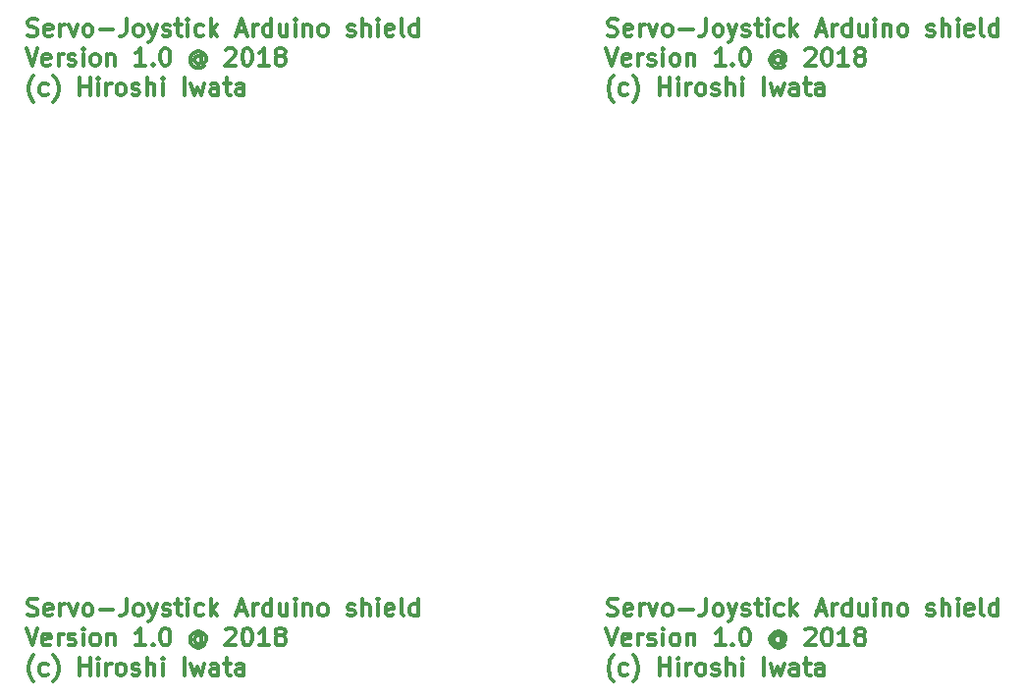
<source format=gbo>
G04 #@! TF.FileFunction,Legend,Bot*
%FSLAX46Y46*%
G04 Gerber Fmt 4.6, Leading zero omitted, Abs format (unit mm)*
G04 Created by KiCad (PCBNEW 4.0.6) date 02/07/18 21:53:05*
%MOMM*%
%LPD*%
G01*
G04 APERTURE LIST*
%ADD10C,0.100000*%
%ADD11C,0.300000*%
G04 APERTURE END LIST*
D10*
D11*
X112793714Y-127422143D02*
X113008000Y-127493571D01*
X113365143Y-127493571D01*
X113508000Y-127422143D01*
X113579429Y-127350714D01*
X113650857Y-127207857D01*
X113650857Y-127065000D01*
X113579429Y-126922143D01*
X113508000Y-126850714D01*
X113365143Y-126779286D01*
X113079429Y-126707857D01*
X112936571Y-126636429D01*
X112865143Y-126565000D01*
X112793714Y-126422143D01*
X112793714Y-126279286D01*
X112865143Y-126136429D01*
X112936571Y-126065000D01*
X113079429Y-125993571D01*
X113436571Y-125993571D01*
X113650857Y-126065000D01*
X114865142Y-127422143D02*
X114722285Y-127493571D01*
X114436571Y-127493571D01*
X114293714Y-127422143D01*
X114222285Y-127279286D01*
X114222285Y-126707857D01*
X114293714Y-126565000D01*
X114436571Y-126493571D01*
X114722285Y-126493571D01*
X114865142Y-126565000D01*
X114936571Y-126707857D01*
X114936571Y-126850714D01*
X114222285Y-126993571D01*
X115579428Y-127493571D02*
X115579428Y-126493571D01*
X115579428Y-126779286D02*
X115650856Y-126636429D01*
X115722285Y-126565000D01*
X115865142Y-126493571D01*
X116007999Y-126493571D01*
X116365142Y-126493571D02*
X116722285Y-127493571D01*
X117079427Y-126493571D01*
X117865142Y-127493571D02*
X117722284Y-127422143D01*
X117650856Y-127350714D01*
X117579427Y-127207857D01*
X117579427Y-126779286D01*
X117650856Y-126636429D01*
X117722284Y-126565000D01*
X117865142Y-126493571D01*
X118079427Y-126493571D01*
X118222284Y-126565000D01*
X118293713Y-126636429D01*
X118365142Y-126779286D01*
X118365142Y-127207857D01*
X118293713Y-127350714D01*
X118222284Y-127422143D01*
X118079427Y-127493571D01*
X117865142Y-127493571D01*
X119007999Y-126922143D02*
X120150856Y-126922143D01*
X121293713Y-125993571D02*
X121293713Y-127065000D01*
X121222285Y-127279286D01*
X121079428Y-127422143D01*
X120865142Y-127493571D01*
X120722285Y-127493571D01*
X122222285Y-127493571D02*
X122079427Y-127422143D01*
X122007999Y-127350714D01*
X121936570Y-127207857D01*
X121936570Y-126779286D01*
X122007999Y-126636429D01*
X122079427Y-126565000D01*
X122222285Y-126493571D01*
X122436570Y-126493571D01*
X122579427Y-126565000D01*
X122650856Y-126636429D01*
X122722285Y-126779286D01*
X122722285Y-127207857D01*
X122650856Y-127350714D01*
X122579427Y-127422143D01*
X122436570Y-127493571D01*
X122222285Y-127493571D01*
X123222285Y-126493571D02*
X123579428Y-127493571D01*
X123936570Y-126493571D02*
X123579428Y-127493571D01*
X123436570Y-127850714D01*
X123365142Y-127922143D01*
X123222285Y-127993571D01*
X124436570Y-127422143D02*
X124579427Y-127493571D01*
X124865142Y-127493571D01*
X125007999Y-127422143D01*
X125079427Y-127279286D01*
X125079427Y-127207857D01*
X125007999Y-127065000D01*
X124865142Y-126993571D01*
X124650856Y-126993571D01*
X124507999Y-126922143D01*
X124436570Y-126779286D01*
X124436570Y-126707857D01*
X124507999Y-126565000D01*
X124650856Y-126493571D01*
X124865142Y-126493571D01*
X125007999Y-126565000D01*
X125507999Y-126493571D02*
X126079428Y-126493571D01*
X125722285Y-125993571D02*
X125722285Y-127279286D01*
X125793713Y-127422143D01*
X125936571Y-127493571D01*
X126079428Y-127493571D01*
X126579428Y-127493571D02*
X126579428Y-126493571D01*
X126579428Y-125993571D02*
X126507999Y-126065000D01*
X126579428Y-126136429D01*
X126650856Y-126065000D01*
X126579428Y-125993571D01*
X126579428Y-126136429D01*
X127936571Y-127422143D02*
X127793714Y-127493571D01*
X127508000Y-127493571D01*
X127365142Y-127422143D01*
X127293714Y-127350714D01*
X127222285Y-127207857D01*
X127222285Y-126779286D01*
X127293714Y-126636429D01*
X127365142Y-126565000D01*
X127508000Y-126493571D01*
X127793714Y-126493571D01*
X127936571Y-126565000D01*
X128579428Y-127493571D02*
X128579428Y-125993571D01*
X128722285Y-126922143D02*
X129150856Y-127493571D01*
X129150856Y-126493571D02*
X128579428Y-127065000D01*
X130865142Y-127065000D02*
X131579428Y-127065000D01*
X130722285Y-127493571D02*
X131222285Y-125993571D01*
X131722285Y-127493571D01*
X132222285Y-127493571D02*
X132222285Y-126493571D01*
X132222285Y-126779286D02*
X132293713Y-126636429D01*
X132365142Y-126565000D01*
X132507999Y-126493571D01*
X132650856Y-126493571D01*
X133793713Y-127493571D02*
X133793713Y-125993571D01*
X133793713Y-127422143D02*
X133650856Y-127493571D01*
X133365142Y-127493571D01*
X133222284Y-127422143D01*
X133150856Y-127350714D01*
X133079427Y-127207857D01*
X133079427Y-126779286D01*
X133150856Y-126636429D01*
X133222284Y-126565000D01*
X133365142Y-126493571D01*
X133650856Y-126493571D01*
X133793713Y-126565000D01*
X135150856Y-126493571D02*
X135150856Y-127493571D01*
X134507999Y-126493571D02*
X134507999Y-127279286D01*
X134579427Y-127422143D01*
X134722285Y-127493571D01*
X134936570Y-127493571D01*
X135079427Y-127422143D01*
X135150856Y-127350714D01*
X135865142Y-127493571D02*
X135865142Y-126493571D01*
X135865142Y-125993571D02*
X135793713Y-126065000D01*
X135865142Y-126136429D01*
X135936570Y-126065000D01*
X135865142Y-125993571D01*
X135865142Y-126136429D01*
X136579428Y-126493571D02*
X136579428Y-127493571D01*
X136579428Y-126636429D02*
X136650856Y-126565000D01*
X136793714Y-126493571D01*
X137007999Y-126493571D01*
X137150856Y-126565000D01*
X137222285Y-126707857D01*
X137222285Y-127493571D01*
X138150857Y-127493571D02*
X138007999Y-127422143D01*
X137936571Y-127350714D01*
X137865142Y-127207857D01*
X137865142Y-126779286D01*
X137936571Y-126636429D01*
X138007999Y-126565000D01*
X138150857Y-126493571D01*
X138365142Y-126493571D01*
X138507999Y-126565000D01*
X138579428Y-126636429D01*
X138650857Y-126779286D01*
X138650857Y-127207857D01*
X138579428Y-127350714D01*
X138507999Y-127422143D01*
X138365142Y-127493571D01*
X138150857Y-127493571D01*
X140365142Y-127422143D02*
X140507999Y-127493571D01*
X140793714Y-127493571D01*
X140936571Y-127422143D01*
X141007999Y-127279286D01*
X141007999Y-127207857D01*
X140936571Y-127065000D01*
X140793714Y-126993571D01*
X140579428Y-126993571D01*
X140436571Y-126922143D01*
X140365142Y-126779286D01*
X140365142Y-126707857D01*
X140436571Y-126565000D01*
X140579428Y-126493571D01*
X140793714Y-126493571D01*
X140936571Y-126565000D01*
X141650857Y-127493571D02*
X141650857Y-125993571D01*
X142293714Y-127493571D02*
X142293714Y-126707857D01*
X142222285Y-126565000D01*
X142079428Y-126493571D01*
X141865143Y-126493571D01*
X141722285Y-126565000D01*
X141650857Y-126636429D01*
X143008000Y-127493571D02*
X143008000Y-126493571D01*
X143008000Y-125993571D02*
X142936571Y-126065000D01*
X143008000Y-126136429D01*
X143079428Y-126065000D01*
X143008000Y-125993571D01*
X143008000Y-126136429D01*
X144293714Y-127422143D02*
X144150857Y-127493571D01*
X143865143Y-127493571D01*
X143722286Y-127422143D01*
X143650857Y-127279286D01*
X143650857Y-126707857D01*
X143722286Y-126565000D01*
X143865143Y-126493571D01*
X144150857Y-126493571D01*
X144293714Y-126565000D01*
X144365143Y-126707857D01*
X144365143Y-126850714D01*
X143650857Y-126993571D01*
X145222286Y-127493571D02*
X145079428Y-127422143D01*
X145008000Y-127279286D01*
X145008000Y-125993571D01*
X146436571Y-127493571D02*
X146436571Y-125993571D01*
X146436571Y-127422143D02*
X146293714Y-127493571D01*
X146008000Y-127493571D01*
X145865142Y-127422143D01*
X145793714Y-127350714D01*
X145722285Y-127207857D01*
X145722285Y-126779286D01*
X145793714Y-126636429D01*
X145865142Y-126565000D01*
X146008000Y-126493571D01*
X146293714Y-126493571D01*
X146436571Y-126565000D01*
X112650857Y-128543571D02*
X113150857Y-130043571D01*
X113650857Y-128543571D01*
X114722285Y-129972143D02*
X114579428Y-130043571D01*
X114293714Y-130043571D01*
X114150857Y-129972143D01*
X114079428Y-129829286D01*
X114079428Y-129257857D01*
X114150857Y-129115000D01*
X114293714Y-129043571D01*
X114579428Y-129043571D01*
X114722285Y-129115000D01*
X114793714Y-129257857D01*
X114793714Y-129400714D01*
X114079428Y-129543571D01*
X115436571Y-130043571D02*
X115436571Y-129043571D01*
X115436571Y-129329286D02*
X115507999Y-129186429D01*
X115579428Y-129115000D01*
X115722285Y-129043571D01*
X115865142Y-129043571D01*
X116293713Y-129972143D02*
X116436570Y-130043571D01*
X116722285Y-130043571D01*
X116865142Y-129972143D01*
X116936570Y-129829286D01*
X116936570Y-129757857D01*
X116865142Y-129615000D01*
X116722285Y-129543571D01*
X116507999Y-129543571D01*
X116365142Y-129472143D01*
X116293713Y-129329286D01*
X116293713Y-129257857D01*
X116365142Y-129115000D01*
X116507999Y-129043571D01*
X116722285Y-129043571D01*
X116865142Y-129115000D01*
X117579428Y-130043571D02*
X117579428Y-129043571D01*
X117579428Y-128543571D02*
X117507999Y-128615000D01*
X117579428Y-128686429D01*
X117650856Y-128615000D01*
X117579428Y-128543571D01*
X117579428Y-128686429D01*
X118508000Y-130043571D02*
X118365142Y-129972143D01*
X118293714Y-129900714D01*
X118222285Y-129757857D01*
X118222285Y-129329286D01*
X118293714Y-129186429D01*
X118365142Y-129115000D01*
X118508000Y-129043571D01*
X118722285Y-129043571D01*
X118865142Y-129115000D01*
X118936571Y-129186429D01*
X119008000Y-129329286D01*
X119008000Y-129757857D01*
X118936571Y-129900714D01*
X118865142Y-129972143D01*
X118722285Y-130043571D01*
X118508000Y-130043571D01*
X119650857Y-129043571D02*
X119650857Y-130043571D01*
X119650857Y-129186429D02*
X119722285Y-129115000D01*
X119865143Y-129043571D01*
X120079428Y-129043571D01*
X120222285Y-129115000D01*
X120293714Y-129257857D01*
X120293714Y-130043571D01*
X122936571Y-130043571D02*
X122079428Y-130043571D01*
X122508000Y-130043571D02*
X122508000Y-128543571D01*
X122365143Y-128757857D01*
X122222285Y-128900714D01*
X122079428Y-128972143D01*
X123579428Y-129900714D02*
X123650856Y-129972143D01*
X123579428Y-130043571D01*
X123507999Y-129972143D01*
X123579428Y-129900714D01*
X123579428Y-130043571D01*
X124579428Y-128543571D02*
X124722285Y-128543571D01*
X124865142Y-128615000D01*
X124936571Y-128686429D01*
X125008000Y-128829286D01*
X125079428Y-129115000D01*
X125079428Y-129472143D01*
X125008000Y-129757857D01*
X124936571Y-129900714D01*
X124865142Y-129972143D01*
X124722285Y-130043571D01*
X124579428Y-130043571D01*
X124436571Y-129972143D01*
X124365142Y-129900714D01*
X124293714Y-129757857D01*
X124222285Y-129472143D01*
X124222285Y-129115000D01*
X124293714Y-128829286D01*
X124365142Y-128686429D01*
X124436571Y-128615000D01*
X124579428Y-128543571D01*
X127793713Y-129329286D02*
X127722285Y-129257857D01*
X127579428Y-129186429D01*
X127436570Y-129186429D01*
X127293713Y-129257857D01*
X127222285Y-129329286D01*
X127150856Y-129472143D01*
X127150856Y-129615000D01*
X127222285Y-129757857D01*
X127293713Y-129829286D01*
X127436570Y-129900714D01*
X127579428Y-129900714D01*
X127722285Y-129829286D01*
X127793713Y-129757857D01*
X127793713Y-129186429D02*
X127793713Y-129757857D01*
X127865142Y-129829286D01*
X127936570Y-129829286D01*
X128079428Y-129757857D01*
X128150856Y-129615000D01*
X128150856Y-129257857D01*
X128007999Y-129043571D01*
X127793713Y-128900714D01*
X127507999Y-128829286D01*
X127222285Y-128900714D01*
X127007999Y-129043571D01*
X126865142Y-129257857D01*
X126793713Y-129543571D01*
X126865142Y-129829286D01*
X127007999Y-130043571D01*
X127222285Y-130186429D01*
X127507999Y-130257857D01*
X127793713Y-130186429D01*
X128007999Y-130043571D01*
X129865141Y-128686429D02*
X129936570Y-128615000D01*
X130079427Y-128543571D01*
X130436570Y-128543571D01*
X130579427Y-128615000D01*
X130650856Y-128686429D01*
X130722284Y-128829286D01*
X130722284Y-128972143D01*
X130650856Y-129186429D01*
X129793713Y-130043571D01*
X130722284Y-130043571D01*
X131650855Y-128543571D02*
X131793712Y-128543571D01*
X131936569Y-128615000D01*
X132007998Y-128686429D01*
X132079427Y-128829286D01*
X132150855Y-129115000D01*
X132150855Y-129472143D01*
X132079427Y-129757857D01*
X132007998Y-129900714D01*
X131936569Y-129972143D01*
X131793712Y-130043571D01*
X131650855Y-130043571D01*
X131507998Y-129972143D01*
X131436569Y-129900714D01*
X131365141Y-129757857D01*
X131293712Y-129472143D01*
X131293712Y-129115000D01*
X131365141Y-128829286D01*
X131436569Y-128686429D01*
X131507998Y-128615000D01*
X131650855Y-128543571D01*
X133579426Y-130043571D02*
X132722283Y-130043571D01*
X133150855Y-130043571D02*
X133150855Y-128543571D01*
X133007998Y-128757857D01*
X132865140Y-128900714D01*
X132722283Y-128972143D01*
X134436569Y-129186429D02*
X134293711Y-129115000D01*
X134222283Y-129043571D01*
X134150854Y-128900714D01*
X134150854Y-128829286D01*
X134222283Y-128686429D01*
X134293711Y-128615000D01*
X134436569Y-128543571D01*
X134722283Y-128543571D01*
X134865140Y-128615000D01*
X134936569Y-128686429D01*
X135007997Y-128829286D01*
X135007997Y-128900714D01*
X134936569Y-129043571D01*
X134865140Y-129115000D01*
X134722283Y-129186429D01*
X134436569Y-129186429D01*
X134293711Y-129257857D01*
X134222283Y-129329286D01*
X134150854Y-129472143D01*
X134150854Y-129757857D01*
X134222283Y-129900714D01*
X134293711Y-129972143D01*
X134436569Y-130043571D01*
X134722283Y-130043571D01*
X134865140Y-129972143D01*
X134936569Y-129900714D01*
X135007997Y-129757857D01*
X135007997Y-129472143D01*
X134936569Y-129329286D01*
X134865140Y-129257857D01*
X134722283Y-129186429D01*
X113293714Y-133165000D02*
X113222286Y-133093571D01*
X113079429Y-132879286D01*
X113008000Y-132736429D01*
X112936571Y-132522143D01*
X112865143Y-132165000D01*
X112865143Y-131879286D01*
X112936571Y-131522143D01*
X113008000Y-131307857D01*
X113079429Y-131165000D01*
X113222286Y-130950714D01*
X113293714Y-130879286D01*
X114508000Y-132522143D02*
X114365143Y-132593571D01*
X114079429Y-132593571D01*
X113936571Y-132522143D01*
X113865143Y-132450714D01*
X113793714Y-132307857D01*
X113793714Y-131879286D01*
X113865143Y-131736429D01*
X113936571Y-131665000D01*
X114079429Y-131593571D01*
X114365143Y-131593571D01*
X114508000Y-131665000D01*
X115008000Y-133165000D02*
X115079428Y-133093571D01*
X115222285Y-132879286D01*
X115293714Y-132736429D01*
X115365143Y-132522143D01*
X115436571Y-132165000D01*
X115436571Y-131879286D01*
X115365143Y-131522143D01*
X115293714Y-131307857D01*
X115222285Y-131165000D01*
X115079428Y-130950714D01*
X115008000Y-130879286D01*
X117293714Y-132593571D02*
X117293714Y-131093571D01*
X117293714Y-131807857D02*
X118150857Y-131807857D01*
X118150857Y-132593571D02*
X118150857Y-131093571D01*
X118865143Y-132593571D02*
X118865143Y-131593571D01*
X118865143Y-131093571D02*
X118793714Y-131165000D01*
X118865143Y-131236429D01*
X118936571Y-131165000D01*
X118865143Y-131093571D01*
X118865143Y-131236429D01*
X119579429Y-132593571D02*
X119579429Y-131593571D01*
X119579429Y-131879286D02*
X119650857Y-131736429D01*
X119722286Y-131665000D01*
X119865143Y-131593571D01*
X120008000Y-131593571D01*
X120722286Y-132593571D02*
X120579428Y-132522143D01*
X120508000Y-132450714D01*
X120436571Y-132307857D01*
X120436571Y-131879286D01*
X120508000Y-131736429D01*
X120579428Y-131665000D01*
X120722286Y-131593571D01*
X120936571Y-131593571D01*
X121079428Y-131665000D01*
X121150857Y-131736429D01*
X121222286Y-131879286D01*
X121222286Y-132307857D01*
X121150857Y-132450714D01*
X121079428Y-132522143D01*
X120936571Y-132593571D01*
X120722286Y-132593571D01*
X121793714Y-132522143D02*
X121936571Y-132593571D01*
X122222286Y-132593571D01*
X122365143Y-132522143D01*
X122436571Y-132379286D01*
X122436571Y-132307857D01*
X122365143Y-132165000D01*
X122222286Y-132093571D01*
X122008000Y-132093571D01*
X121865143Y-132022143D01*
X121793714Y-131879286D01*
X121793714Y-131807857D01*
X121865143Y-131665000D01*
X122008000Y-131593571D01*
X122222286Y-131593571D01*
X122365143Y-131665000D01*
X123079429Y-132593571D02*
X123079429Y-131093571D01*
X123722286Y-132593571D02*
X123722286Y-131807857D01*
X123650857Y-131665000D01*
X123508000Y-131593571D01*
X123293715Y-131593571D01*
X123150857Y-131665000D01*
X123079429Y-131736429D01*
X124436572Y-132593571D02*
X124436572Y-131593571D01*
X124436572Y-131093571D02*
X124365143Y-131165000D01*
X124436572Y-131236429D01*
X124508000Y-131165000D01*
X124436572Y-131093571D01*
X124436572Y-131236429D01*
X126293715Y-132593571D02*
X126293715Y-131093571D01*
X126865144Y-131593571D02*
X127150858Y-132593571D01*
X127436572Y-131879286D01*
X127722287Y-132593571D01*
X128008001Y-131593571D01*
X129222287Y-132593571D02*
X129222287Y-131807857D01*
X129150858Y-131665000D01*
X129008001Y-131593571D01*
X128722287Y-131593571D01*
X128579430Y-131665000D01*
X129222287Y-132522143D02*
X129079430Y-132593571D01*
X128722287Y-132593571D01*
X128579430Y-132522143D01*
X128508001Y-132379286D01*
X128508001Y-132236429D01*
X128579430Y-132093571D01*
X128722287Y-132022143D01*
X129079430Y-132022143D01*
X129222287Y-131950714D01*
X129722287Y-131593571D02*
X130293716Y-131593571D01*
X129936573Y-131093571D02*
X129936573Y-132379286D01*
X130008001Y-132522143D01*
X130150859Y-132593571D01*
X130293716Y-132593571D01*
X131436573Y-132593571D02*
X131436573Y-131807857D01*
X131365144Y-131665000D01*
X131222287Y-131593571D01*
X130936573Y-131593571D01*
X130793716Y-131665000D01*
X131436573Y-132522143D02*
X131293716Y-132593571D01*
X130936573Y-132593571D01*
X130793716Y-132522143D01*
X130722287Y-132379286D01*
X130722287Y-132236429D01*
X130793716Y-132093571D01*
X130936573Y-132022143D01*
X131293716Y-132022143D01*
X131436573Y-131950714D01*
X62793714Y-127422143D02*
X63008000Y-127493571D01*
X63365143Y-127493571D01*
X63508000Y-127422143D01*
X63579429Y-127350714D01*
X63650857Y-127207857D01*
X63650857Y-127065000D01*
X63579429Y-126922143D01*
X63508000Y-126850714D01*
X63365143Y-126779286D01*
X63079429Y-126707857D01*
X62936571Y-126636429D01*
X62865143Y-126565000D01*
X62793714Y-126422143D01*
X62793714Y-126279286D01*
X62865143Y-126136429D01*
X62936571Y-126065000D01*
X63079429Y-125993571D01*
X63436571Y-125993571D01*
X63650857Y-126065000D01*
X64865142Y-127422143D02*
X64722285Y-127493571D01*
X64436571Y-127493571D01*
X64293714Y-127422143D01*
X64222285Y-127279286D01*
X64222285Y-126707857D01*
X64293714Y-126565000D01*
X64436571Y-126493571D01*
X64722285Y-126493571D01*
X64865142Y-126565000D01*
X64936571Y-126707857D01*
X64936571Y-126850714D01*
X64222285Y-126993571D01*
X65579428Y-127493571D02*
X65579428Y-126493571D01*
X65579428Y-126779286D02*
X65650856Y-126636429D01*
X65722285Y-126565000D01*
X65865142Y-126493571D01*
X66007999Y-126493571D01*
X66365142Y-126493571D02*
X66722285Y-127493571D01*
X67079427Y-126493571D01*
X67865142Y-127493571D02*
X67722284Y-127422143D01*
X67650856Y-127350714D01*
X67579427Y-127207857D01*
X67579427Y-126779286D01*
X67650856Y-126636429D01*
X67722284Y-126565000D01*
X67865142Y-126493571D01*
X68079427Y-126493571D01*
X68222284Y-126565000D01*
X68293713Y-126636429D01*
X68365142Y-126779286D01*
X68365142Y-127207857D01*
X68293713Y-127350714D01*
X68222284Y-127422143D01*
X68079427Y-127493571D01*
X67865142Y-127493571D01*
X69007999Y-126922143D02*
X70150856Y-126922143D01*
X71293713Y-125993571D02*
X71293713Y-127065000D01*
X71222285Y-127279286D01*
X71079428Y-127422143D01*
X70865142Y-127493571D01*
X70722285Y-127493571D01*
X72222285Y-127493571D02*
X72079427Y-127422143D01*
X72007999Y-127350714D01*
X71936570Y-127207857D01*
X71936570Y-126779286D01*
X72007999Y-126636429D01*
X72079427Y-126565000D01*
X72222285Y-126493571D01*
X72436570Y-126493571D01*
X72579427Y-126565000D01*
X72650856Y-126636429D01*
X72722285Y-126779286D01*
X72722285Y-127207857D01*
X72650856Y-127350714D01*
X72579427Y-127422143D01*
X72436570Y-127493571D01*
X72222285Y-127493571D01*
X73222285Y-126493571D02*
X73579428Y-127493571D01*
X73936570Y-126493571D02*
X73579428Y-127493571D01*
X73436570Y-127850714D01*
X73365142Y-127922143D01*
X73222285Y-127993571D01*
X74436570Y-127422143D02*
X74579427Y-127493571D01*
X74865142Y-127493571D01*
X75007999Y-127422143D01*
X75079427Y-127279286D01*
X75079427Y-127207857D01*
X75007999Y-127065000D01*
X74865142Y-126993571D01*
X74650856Y-126993571D01*
X74507999Y-126922143D01*
X74436570Y-126779286D01*
X74436570Y-126707857D01*
X74507999Y-126565000D01*
X74650856Y-126493571D01*
X74865142Y-126493571D01*
X75007999Y-126565000D01*
X75507999Y-126493571D02*
X76079428Y-126493571D01*
X75722285Y-125993571D02*
X75722285Y-127279286D01*
X75793713Y-127422143D01*
X75936571Y-127493571D01*
X76079428Y-127493571D01*
X76579428Y-127493571D02*
X76579428Y-126493571D01*
X76579428Y-125993571D02*
X76507999Y-126065000D01*
X76579428Y-126136429D01*
X76650856Y-126065000D01*
X76579428Y-125993571D01*
X76579428Y-126136429D01*
X77936571Y-127422143D02*
X77793714Y-127493571D01*
X77508000Y-127493571D01*
X77365142Y-127422143D01*
X77293714Y-127350714D01*
X77222285Y-127207857D01*
X77222285Y-126779286D01*
X77293714Y-126636429D01*
X77365142Y-126565000D01*
X77508000Y-126493571D01*
X77793714Y-126493571D01*
X77936571Y-126565000D01*
X78579428Y-127493571D02*
X78579428Y-125993571D01*
X78722285Y-126922143D02*
X79150856Y-127493571D01*
X79150856Y-126493571D02*
X78579428Y-127065000D01*
X80865142Y-127065000D02*
X81579428Y-127065000D01*
X80722285Y-127493571D02*
X81222285Y-125993571D01*
X81722285Y-127493571D01*
X82222285Y-127493571D02*
X82222285Y-126493571D01*
X82222285Y-126779286D02*
X82293713Y-126636429D01*
X82365142Y-126565000D01*
X82507999Y-126493571D01*
X82650856Y-126493571D01*
X83793713Y-127493571D02*
X83793713Y-125993571D01*
X83793713Y-127422143D02*
X83650856Y-127493571D01*
X83365142Y-127493571D01*
X83222284Y-127422143D01*
X83150856Y-127350714D01*
X83079427Y-127207857D01*
X83079427Y-126779286D01*
X83150856Y-126636429D01*
X83222284Y-126565000D01*
X83365142Y-126493571D01*
X83650856Y-126493571D01*
X83793713Y-126565000D01*
X85150856Y-126493571D02*
X85150856Y-127493571D01*
X84507999Y-126493571D02*
X84507999Y-127279286D01*
X84579427Y-127422143D01*
X84722285Y-127493571D01*
X84936570Y-127493571D01*
X85079427Y-127422143D01*
X85150856Y-127350714D01*
X85865142Y-127493571D02*
X85865142Y-126493571D01*
X85865142Y-125993571D02*
X85793713Y-126065000D01*
X85865142Y-126136429D01*
X85936570Y-126065000D01*
X85865142Y-125993571D01*
X85865142Y-126136429D01*
X86579428Y-126493571D02*
X86579428Y-127493571D01*
X86579428Y-126636429D02*
X86650856Y-126565000D01*
X86793714Y-126493571D01*
X87007999Y-126493571D01*
X87150856Y-126565000D01*
X87222285Y-126707857D01*
X87222285Y-127493571D01*
X88150857Y-127493571D02*
X88007999Y-127422143D01*
X87936571Y-127350714D01*
X87865142Y-127207857D01*
X87865142Y-126779286D01*
X87936571Y-126636429D01*
X88007999Y-126565000D01*
X88150857Y-126493571D01*
X88365142Y-126493571D01*
X88507999Y-126565000D01*
X88579428Y-126636429D01*
X88650857Y-126779286D01*
X88650857Y-127207857D01*
X88579428Y-127350714D01*
X88507999Y-127422143D01*
X88365142Y-127493571D01*
X88150857Y-127493571D01*
X90365142Y-127422143D02*
X90507999Y-127493571D01*
X90793714Y-127493571D01*
X90936571Y-127422143D01*
X91007999Y-127279286D01*
X91007999Y-127207857D01*
X90936571Y-127065000D01*
X90793714Y-126993571D01*
X90579428Y-126993571D01*
X90436571Y-126922143D01*
X90365142Y-126779286D01*
X90365142Y-126707857D01*
X90436571Y-126565000D01*
X90579428Y-126493571D01*
X90793714Y-126493571D01*
X90936571Y-126565000D01*
X91650857Y-127493571D02*
X91650857Y-125993571D01*
X92293714Y-127493571D02*
X92293714Y-126707857D01*
X92222285Y-126565000D01*
X92079428Y-126493571D01*
X91865143Y-126493571D01*
X91722285Y-126565000D01*
X91650857Y-126636429D01*
X93008000Y-127493571D02*
X93008000Y-126493571D01*
X93008000Y-125993571D02*
X92936571Y-126065000D01*
X93008000Y-126136429D01*
X93079428Y-126065000D01*
X93008000Y-125993571D01*
X93008000Y-126136429D01*
X94293714Y-127422143D02*
X94150857Y-127493571D01*
X93865143Y-127493571D01*
X93722286Y-127422143D01*
X93650857Y-127279286D01*
X93650857Y-126707857D01*
X93722286Y-126565000D01*
X93865143Y-126493571D01*
X94150857Y-126493571D01*
X94293714Y-126565000D01*
X94365143Y-126707857D01*
X94365143Y-126850714D01*
X93650857Y-126993571D01*
X95222286Y-127493571D02*
X95079428Y-127422143D01*
X95008000Y-127279286D01*
X95008000Y-125993571D01*
X96436571Y-127493571D02*
X96436571Y-125993571D01*
X96436571Y-127422143D02*
X96293714Y-127493571D01*
X96008000Y-127493571D01*
X95865142Y-127422143D01*
X95793714Y-127350714D01*
X95722285Y-127207857D01*
X95722285Y-126779286D01*
X95793714Y-126636429D01*
X95865142Y-126565000D01*
X96008000Y-126493571D01*
X96293714Y-126493571D01*
X96436571Y-126565000D01*
X62650857Y-128543571D02*
X63150857Y-130043571D01*
X63650857Y-128543571D01*
X64722285Y-129972143D02*
X64579428Y-130043571D01*
X64293714Y-130043571D01*
X64150857Y-129972143D01*
X64079428Y-129829286D01*
X64079428Y-129257857D01*
X64150857Y-129115000D01*
X64293714Y-129043571D01*
X64579428Y-129043571D01*
X64722285Y-129115000D01*
X64793714Y-129257857D01*
X64793714Y-129400714D01*
X64079428Y-129543571D01*
X65436571Y-130043571D02*
X65436571Y-129043571D01*
X65436571Y-129329286D02*
X65507999Y-129186429D01*
X65579428Y-129115000D01*
X65722285Y-129043571D01*
X65865142Y-129043571D01*
X66293713Y-129972143D02*
X66436570Y-130043571D01*
X66722285Y-130043571D01*
X66865142Y-129972143D01*
X66936570Y-129829286D01*
X66936570Y-129757857D01*
X66865142Y-129615000D01*
X66722285Y-129543571D01*
X66507999Y-129543571D01*
X66365142Y-129472143D01*
X66293713Y-129329286D01*
X66293713Y-129257857D01*
X66365142Y-129115000D01*
X66507999Y-129043571D01*
X66722285Y-129043571D01*
X66865142Y-129115000D01*
X67579428Y-130043571D02*
X67579428Y-129043571D01*
X67579428Y-128543571D02*
X67507999Y-128615000D01*
X67579428Y-128686429D01*
X67650856Y-128615000D01*
X67579428Y-128543571D01*
X67579428Y-128686429D01*
X68508000Y-130043571D02*
X68365142Y-129972143D01*
X68293714Y-129900714D01*
X68222285Y-129757857D01*
X68222285Y-129329286D01*
X68293714Y-129186429D01*
X68365142Y-129115000D01*
X68508000Y-129043571D01*
X68722285Y-129043571D01*
X68865142Y-129115000D01*
X68936571Y-129186429D01*
X69008000Y-129329286D01*
X69008000Y-129757857D01*
X68936571Y-129900714D01*
X68865142Y-129972143D01*
X68722285Y-130043571D01*
X68508000Y-130043571D01*
X69650857Y-129043571D02*
X69650857Y-130043571D01*
X69650857Y-129186429D02*
X69722285Y-129115000D01*
X69865143Y-129043571D01*
X70079428Y-129043571D01*
X70222285Y-129115000D01*
X70293714Y-129257857D01*
X70293714Y-130043571D01*
X72936571Y-130043571D02*
X72079428Y-130043571D01*
X72508000Y-130043571D02*
X72508000Y-128543571D01*
X72365143Y-128757857D01*
X72222285Y-128900714D01*
X72079428Y-128972143D01*
X73579428Y-129900714D02*
X73650856Y-129972143D01*
X73579428Y-130043571D01*
X73507999Y-129972143D01*
X73579428Y-129900714D01*
X73579428Y-130043571D01*
X74579428Y-128543571D02*
X74722285Y-128543571D01*
X74865142Y-128615000D01*
X74936571Y-128686429D01*
X75008000Y-128829286D01*
X75079428Y-129115000D01*
X75079428Y-129472143D01*
X75008000Y-129757857D01*
X74936571Y-129900714D01*
X74865142Y-129972143D01*
X74722285Y-130043571D01*
X74579428Y-130043571D01*
X74436571Y-129972143D01*
X74365142Y-129900714D01*
X74293714Y-129757857D01*
X74222285Y-129472143D01*
X74222285Y-129115000D01*
X74293714Y-128829286D01*
X74365142Y-128686429D01*
X74436571Y-128615000D01*
X74579428Y-128543571D01*
X77793713Y-129329286D02*
X77722285Y-129257857D01*
X77579428Y-129186429D01*
X77436570Y-129186429D01*
X77293713Y-129257857D01*
X77222285Y-129329286D01*
X77150856Y-129472143D01*
X77150856Y-129615000D01*
X77222285Y-129757857D01*
X77293713Y-129829286D01*
X77436570Y-129900714D01*
X77579428Y-129900714D01*
X77722285Y-129829286D01*
X77793713Y-129757857D01*
X77793713Y-129186429D02*
X77793713Y-129757857D01*
X77865142Y-129829286D01*
X77936570Y-129829286D01*
X78079428Y-129757857D01*
X78150856Y-129615000D01*
X78150856Y-129257857D01*
X78007999Y-129043571D01*
X77793713Y-128900714D01*
X77507999Y-128829286D01*
X77222285Y-128900714D01*
X77007999Y-129043571D01*
X76865142Y-129257857D01*
X76793713Y-129543571D01*
X76865142Y-129829286D01*
X77007999Y-130043571D01*
X77222285Y-130186429D01*
X77507999Y-130257857D01*
X77793713Y-130186429D01*
X78007999Y-130043571D01*
X79865141Y-128686429D02*
X79936570Y-128615000D01*
X80079427Y-128543571D01*
X80436570Y-128543571D01*
X80579427Y-128615000D01*
X80650856Y-128686429D01*
X80722284Y-128829286D01*
X80722284Y-128972143D01*
X80650856Y-129186429D01*
X79793713Y-130043571D01*
X80722284Y-130043571D01*
X81650855Y-128543571D02*
X81793712Y-128543571D01*
X81936569Y-128615000D01*
X82007998Y-128686429D01*
X82079427Y-128829286D01*
X82150855Y-129115000D01*
X82150855Y-129472143D01*
X82079427Y-129757857D01*
X82007998Y-129900714D01*
X81936569Y-129972143D01*
X81793712Y-130043571D01*
X81650855Y-130043571D01*
X81507998Y-129972143D01*
X81436569Y-129900714D01*
X81365141Y-129757857D01*
X81293712Y-129472143D01*
X81293712Y-129115000D01*
X81365141Y-128829286D01*
X81436569Y-128686429D01*
X81507998Y-128615000D01*
X81650855Y-128543571D01*
X83579426Y-130043571D02*
X82722283Y-130043571D01*
X83150855Y-130043571D02*
X83150855Y-128543571D01*
X83007998Y-128757857D01*
X82865140Y-128900714D01*
X82722283Y-128972143D01*
X84436569Y-129186429D02*
X84293711Y-129115000D01*
X84222283Y-129043571D01*
X84150854Y-128900714D01*
X84150854Y-128829286D01*
X84222283Y-128686429D01*
X84293711Y-128615000D01*
X84436569Y-128543571D01*
X84722283Y-128543571D01*
X84865140Y-128615000D01*
X84936569Y-128686429D01*
X85007997Y-128829286D01*
X85007997Y-128900714D01*
X84936569Y-129043571D01*
X84865140Y-129115000D01*
X84722283Y-129186429D01*
X84436569Y-129186429D01*
X84293711Y-129257857D01*
X84222283Y-129329286D01*
X84150854Y-129472143D01*
X84150854Y-129757857D01*
X84222283Y-129900714D01*
X84293711Y-129972143D01*
X84436569Y-130043571D01*
X84722283Y-130043571D01*
X84865140Y-129972143D01*
X84936569Y-129900714D01*
X85007997Y-129757857D01*
X85007997Y-129472143D01*
X84936569Y-129329286D01*
X84865140Y-129257857D01*
X84722283Y-129186429D01*
X63293714Y-133165000D02*
X63222286Y-133093571D01*
X63079429Y-132879286D01*
X63008000Y-132736429D01*
X62936571Y-132522143D01*
X62865143Y-132165000D01*
X62865143Y-131879286D01*
X62936571Y-131522143D01*
X63008000Y-131307857D01*
X63079429Y-131165000D01*
X63222286Y-130950714D01*
X63293714Y-130879286D01*
X64508000Y-132522143D02*
X64365143Y-132593571D01*
X64079429Y-132593571D01*
X63936571Y-132522143D01*
X63865143Y-132450714D01*
X63793714Y-132307857D01*
X63793714Y-131879286D01*
X63865143Y-131736429D01*
X63936571Y-131665000D01*
X64079429Y-131593571D01*
X64365143Y-131593571D01*
X64508000Y-131665000D01*
X65008000Y-133165000D02*
X65079428Y-133093571D01*
X65222285Y-132879286D01*
X65293714Y-132736429D01*
X65365143Y-132522143D01*
X65436571Y-132165000D01*
X65436571Y-131879286D01*
X65365143Y-131522143D01*
X65293714Y-131307857D01*
X65222285Y-131165000D01*
X65079428Y-130950714D01*
X65008000Y-130879286D01*
X67293714Y-132593571D02*
X67293714Y-131093571D01*
X67293714Y-131807857D02*
X68150857Y-131807857D01*
X68150857Y-132593571D02*
X68150857Y-131093571D01*
X68865143Y-132593571D02*
X68865143Y-131593571D01*
X68865143Y-131093571D02*
X68793714Y-131165000D01*
X68865143Y-131236429D01*
X68936571Y-131165000D01*
X68865143Y-131093571D01*
X68865143Y-131236429D01*
X69579429Y-132593571D02*
X69579429Y-131593571D01*
X69579429Y-131879286D02*
X69650857Y-131736429D01*
X69722286Y-131665000D01*
X69865143Y-131593571D01*
X70008000Y-131593571D01*
X70722286Y-132593571D02*
X70579428Y-132522143D01*
X70508000Y-132450714D01*
X70436571Y-132307857D01*
X70436571Y-131879286D01*
X70508000Y-131736429D01*
X70579428Y-131665000D01*
X70722286Y-131593571D01*
X70936571Y-131593571D01*
X71079428Y-131665000D01*
X71150857Y-131736429D01*
X71222286Y-131879286D01*
X71222286Y-132307857D01*
X71150857Y-132450714D01*
X71079428Y-132522143D01*
X70936571Y-132593571D01*
X70722286Y-132593571D01*
X71793714Y-132522143D02*
X71936571Y-132593571D01*
X72222286Y-132593571D01*
X72365143Y-132522143D01*
X72436571Y-132379286D01*
X72436571Y-132307857D01*
X72365143Y-132165000D01*
X72222286Y-132093571D01*
X72008000Y-132093571D01*
X71865143Y-132022143D01*
X71793714Y-131879286D01*
X71793714Y-131807857D01*
X71865143Y-131665000D01*
X72008000Y-131593571D01*
X72222286Y-131593571D01*
X72365143Y-131665000D01*
X73079429Y-132593571D02*
X73079429Y-131093571D01*
X73722286Y-132593571D02*
X73722286Y-131807857D01*
X73650857Y-131665000D01*
X73508000Y-131593571D01*
X73293715Y-131593571D01*
X73150857Y-131665000D01*
X73079429Y-131736429D01*
X74436572Y-132593571D02*
X74436572Y-131593571D01*
X74436572Y-131093571D02*
X74365143Y-131165000D01*
X74436572Y-131236429D01*
X74508000Y-131165000D01*
X74436572Y-131093571D01*
X74436572Y-131236429D01*
X76293715Y-132593571D02*
X76293715Y-131093571D01*
X76865144Y-131593571D02*
X77150858Y-132593571D01*
X77436572Y-131879286D01*
X77722287Y-132593571D01*
X78008001Y-131593571D01*
X79222287Y-132593571D02*
X79222287Y-131807857D01*
X79150858Y-131665000D01*
X79008001Y-131593571D01*
X78722287Y-131593571D01*
X78579430Y-131665000D01*
X79222287Y-132522143D02*
X79079430Y-132593571D01*
X78722287Y-132593571D01*
X78579430Y-132522143D01*
X78508001Y-132379286D01*
X78508001Y-132236429D01*
X78579430Y-132093571D01*
X78722287Y-132022143D01*
X79079430Y-132022143D01*
X79222287Y-131950714D01*
X79722287Y-131593571D02*
X80293716Y-131593571D01*
X79936573Y-131093571D02*
X79936573Y-132379286D01*
X80008001Y-132522143D01*
X80150859Y-132593571D01*
X80293716Y-132593571D01*
X81436573Y-132593571D02*
X81436573Y-131807857D01*
X81365144Y-131665000D01*
X81222287Y-131593571D01*
X80936573Y-131593571D01*
X80793716Y-131665000D01*
X81436573Y-132522143D02*
X81293716Y-132593571D01*
X80936573Y-132593571D01*
X80793716Y-132522143D01*
X80722287Y-132379286D01*
X80722287Y-132236429D01*
X80793716Y-132093571D01*
X80936573Y-132022143D01*
X81293716Y-132022143D01*
X81436573Y-131950714D01*
X62793714Y-77422143D02*
X63008000Y-77493571D01*
X63365143Y-77493571D01*
X63508000Y-77422143D01*
X63579429Y-77350714D01*
X63650857Y-77207857D01*
X63650857Y-77065000D01*
X63579429Y-76922143D01*
X63508000Y-76850714D01*
X63365143Y-76779286D01*
X63079429Y-76707857D01*
X62936571Y-76636429D01*
X62865143Y-76565000D01*
X62793714Y-76422143D01*
X62793714Y-76279286D01*
X62865143Y-76136429D01*
X62936571Y-76065000D01*
X63079429Y-75993571D01*
X63436571Y-75993571D01*
X63650857Y-76065000D01*
X64865142Y-77422143D02*
X64722285Y-77493571D01*
X64436571Y-77493571D01*
X64293714Y-77422143D01*
X64222285Y-77279286D01*
X64222285Y-76707857D01*
X64293714Y-76565000D01*
X64436571Y-76493571D01*
X64722285Y-76493571D01*
X64865142Y-76565000D01*
X64936571Y-76707857D01*
X64936571Y-76850714D01*
X64222285Y-76993571D01*
X65579428Y-77493571D02*
X65579428Y-76493571D01*
X65579428Y-76779286D02*
X65650856Y-76636429D01*
X65722285Y-76565000D01*
X65865142Y-76493571D01*
X66007999Y-76493571D01*
X66365142Y-76493571D02*
X66722285Y-77493571D01*
X67079427Y-76493571D01*
X67865142Y-77493571D02*
X67722284Y-77422143D01*
X67650856Y-77350714D01*
X67579427Y-77207857D01*
X67579427Y-76779286D01*
X67650856Y-76636429D01*
X67722284Y-76565000D01*
X67865142Y-76493571D01*
X68079427Y-76493571D01*
X68222284Y-76565000D01*
X68293713Y-76636429D01*
X68365142Y-76779286D01*
X68365142Y-77207857D01*
X68293713Y-77350714D01*
X68222284Y-77422143D01*
X68079427Y-77493571D01*
X67865142Y-77493571D01*
X69007999Y-76922143D02*
X70150856Y-76922143D01*
X71293713Y-75993571D02*
X71293713Y-77065000D01*
X71222285Y-77279286D01*
X71079428Y-77422143D01*
X70865142Y-77493571D01*
X70722285Y-77493571D01*
X72222285Y-77493571D02*
X72079427Y-77422143D01*
X72007999Y-77350714D01*
X71936570Y-77207857D01*
X71936570Y-76779286D01*
X72007999Y-76636429D01*
X72079427Y-76565000D01*
X72222285Y-76493571D01*
X72436570Y-76493571D01*
X72579427Y-76565000D01*
X72650856Y-76636429D01*
X72722285Y-76779286D01*
X72722285Y-77207857D01*
X72650856Y-77350714D01*
X72579427Y-77422143D01*
X72436570Y-77493571D01*
X72222285Y-77493571D01*
X73222285Y-76493571D02*
X73579428Y-77493571D01*
X73936570Y-76493571D02*
X73579428Y-77493571D01*
X73436570Y-77850714D01*
X73365142Y-77922143D01*
X73222285Y-77993571D01*
X74436570Y-77422143D02*
X74579427Y-77493571D01*
X74865142Y-77493571D01*
X75007999Y-77422143D01*
X75079427Y-77279286D01*
X75079427Y-77207857D01*
X75007999Y-77065000D01*
X74865142Y-76993571D01*
X74650856Y-76993571D01*
X74507999Y-76922143D01*
X74436570Y-76779286D01*
X74436570Y-76707857D01*
X74507999Y-76565000D01*
X74650856Y-76493571D01*
X74865142Y-76493571D01*
X75007999Y-76565000D01*
X75507999Y-76493571D02*
X76079428Y-76493571D01*
X75722285Y-75993571D02*
X75722285Y-77279286D01*
X75793713Y-77422143D01*
X75936571Y-77493571D01*
X76079428Y-77493571D01*
X76579428Y-77493571D02*
X76579428Y-76493571D01*
X76579428Y-75993571D02*
X76507999Y-76065000D01*
X76579428Y-76136429D01*
X76650856Y-76065000D01*
X76579428Y-75993571D01*
X76579428Y-76136429D01*
X77936571Y-77422143D02*
X77793714Y-77493571D01*
X77508000Y-77493571D01*
X77365142Y-77422143D01*
X77293714Y-77350714D01*
X77222285Y-77207857D01*
X77222285Y-76779286D01*
X77293714Y-76636429D01*
X77365142Y-76565000D01*
X77508000Y-76493571D01*
X77793714Y-76493571D01*
X77936571Y-76565000D01*
X78579428Y-77493571D02*
X78579428Y-75993571D01*
X78722285Y-76922143D02*
X79150856Y-77493571D01*
X79150856Y-76493571D02*
X78579428Y-77065000D01*
X80865142Y-77065000D02*
X81579428Y-77065000D01*
X80722285Y-77493571D02*
X81222285Y-75993571D01*
X81722285Y-77493571D01*
X82222285Y-77493571D02*
X82222285Y-76493571D01*
X82222285Y-76779286D02*
X82293713Y-76636429D01*
X82365142Y-76565000D01*
X82507999Y-76493571D01*
X82650856Y-76493571D01*
X83793713Y-77493571D02*
X83793713Y-75993571D01*
X83793713Y-77422143D02*
X83650856Y-77493571D01*
X83365142Y-77493571D01*
X83222284Y-77422143D01*
X83150856Y-77350714D01*
X83079427Y-77207857D01*
X83079427Y-76779286D01*
X83150856Y-76636429D01*
X83222284Y-76565000D01*
X83365142Y-76493571D01*
X83650856Y-76493571D01*
X83793713Y-76565000D01*
X85150856Y-76493571D02*
X85150856Y-77493571D01*
X84507999Y-76493571D02*
X84507999Y-77279286D01*
X84579427Y-77422143D01*
X84722285Y-77493571D01*
X84936570Y-77493571D01*
X85079427Y-77422143D01*
X85150856Y-77350714D01*
X85865142Y-77493571D02*
X85865142Y-76493571D01*
X85865142Y-75993571D02*
X85793713Y-76065000D01*
X85865142Y-76136429D01*
X85936570Y-76065000D01*
X85865142Y-75993571D01*
X85865142Y-76136429D01*
X86579428Y-76493571D02*
X86579428Y-77493571D01*
X86579428Y-76636429D02*
X86650856Y-76565000D01*
X86793714Y-76493571D01*
X87007999Y-76493571D01*
X87150856Y-76565000D01*
X87222285Y-76707857D01*
X87222285Y-77493571D01*
X88150857Y-77493571D02*
X88007999Y-77422143D01*
X87936571Y-77350714D01*
X87865142Y-77207857D01*
X87865142Y-76779286D01*
X87936571Y-76636429D01*
X88007999Y-76565000D01*
X88150857Y-76493571D01*
X88365142Y-76493571D01*
X88507999Y-76565000D01*
X88579428Y-76636429D01*
X88650857Y-76779286D01*
X88650857Y-77207857D01*
X88579428Y-77350714D01*
X88507999Y-77422143D01*
X88365142Y-77493571D01*
X88150857Y-77493571D01*
X90365142Y-77422143D02*
X90507999Y-77493571D01*
X90793714Y-77493571D01*
X90936571Y-77422143D01*
X91007999Y-77279286D01*
X91007999Y-77207857D01*
X90936571Y-77065000D01*
X90793714Y-76993571D01*
X90579428Y-76993571D01*
X90436571Y-76922143D01*
X90365142Y-76779286D01*
X90365142Y-76707857D01*
X90436571Y-76565000D01*
X90579428Y-76493571D01*
X90793714Y-76493571D01*
X90936571Y-76565000D01*
X91650857Y-77493571D02*
X91650857Y-75993571D01*
X92293714Y-77493571D02*
X92293714Y-76707857D01*
X92222285Y-76565000D01*
X92079428Y-76493571D01*
X91865143Y-76493571D01*
X91722285Y-76565000D01*
X91650857Y-76636429D01*
X93008000Y-77493571D02*
X93008000Y-76493571D01*
X93008000Y-75993571D02*
X92936571Y-76065000D01*
X93008000Y-76136429D01*
X93079428Y-76065000D01*
X93008000Y-75993571D01*
X93008000Y-76136429D01*
X94293714Y-77422143D02*
X94150857Y-77493571D01*
X93865143Y-77493571D01*
X93722286Y-77422143D01*
X93650857Y-77279286D01*
X93650857Y-76707857D01*
X93722286Y-76565000D01*
X93865143Y-76493571D01*
X94150857Y-76493571D01*
X94293714Y-76565000D01*
X94365143Y-76707857D01*
X94365143Y-76850714D01*
X93650857Y-76993571D01*
X95222286Y-77493571D02*
X95079428Y-77422143D01*
X95008000Y-77279286D01*
X95008000Y-75993571D01*
X96436571Y-77493571D02*
X96436571Y-75993571D01*
X96436571Y-77422143D02*
X96293714Y-77493571D01*
X96008000Y-77493571D01*
X95865142Y-77422143D01*
X95793714Y-77350714D01*
X95722285Y-77207857D01*
X95722285Y-76779286D01*
X95793714Y-76636429D01*
X95865142Y-76565000D01*
X96008000Y-76493571D01*
X96293714Y-76493571D01*
X96436571Y-76565000D01*
X62650857Y-78543571D02*
X63150857Y-80043571D01*
X63650857Y-78543571D01*
X64722285Y-79972143D02*
X64579428Y-80043571D01*
X64293714Y-80043571D01*
X64150857Y-79972143D01*
X64079428Y-79829286D01*
X64079428Y-79257857D01*
X64150857Y-79115000D01*
X64293714Y-79043571D01*
X64579428Y-79043571D01*
X64722285Y-79115000D01*
X64793714Y-79257857D01*
X64793714Y-79400714D01*
X64079428Y-79543571D01*
X65436571Y-80043571D02*
X65436571Y-79043571D01*
X65436571Y-79329286D02*
X65507999Y-79186429D01*
X65579428Y-79115000D01*
X65722285Y-79043571D01*
X65865142Y-79043571D01*
X66293713Y-79972143D02*
X66436570Y-80043571D01*
X66722285Y-80043571D01*
X66865142Y-79972143D01*
X66936570Y-79829286D01*
X66936570Y-79757857D01*
X66865142Y-79615000D01*
X66722285Y-79543571D01*
X66507999Y-79543571D01*
X66365142Y-79472143D01*
X66293713Y-79329286D01*
X66293713Y-79257857D01*
X66365142Y-79115000D01*
X66507999Y-79043571D01*
X66722285Y-79043571D01*
X66865142Y-79115000D01*
X67579428Y-80043571D02*
X67579428Y-79043571D01*
X67579428Y-78543571D02*
X67507999Y-78615000D01*
X67579428Y-78686429D01*
X67650856Y-78615000D01*
X67579428Y-78543571D01*
X67579428Y-78686429D01*
X68508000Y-80043571D02*
X68365142Y-79972143D01*
X68293714Y-79900714D01*
X68222285Y-79757857D01*
X68222285Y-79329286D01*
X68293714Y-79186429D01*
X68365142Y-79115000D01*
X68508000Y-79043571D01*
X68722285Y-79043571D01*
X68865142Y-79115000D01*
X68936571Y-79186429D01*
X69008000Y-79329286D01*
X69008000Y-79757857D01*
X68936571Y-79900714D01*
X68865142Y-79972143D01*
X68722285Y-80043571D01*
X68508000Y-80043571D01*
X69650857Y-79043571D02*
X69650857Y-80043571D01*
X69650857Y-79186429D02*
X69722285Y-79115000D01*
X69865143Y-79043571D01*
X70079428Y-79043571D01*
X70222285Y-79115000D01*
X70293714Y-79257857D01*
X70293714Y-80043571D01*
X72936571Y-80043571D02*
X72079428Y-80043571D01*
X72508000Y-80043571D02*
X72508000Y-78543571D01*
X72365143Y-78757857D01*
X72222285Y-78900714D01*
X72079428Y-78972143D01*
X73579428Y-79900714D02*
X73650856Y-79972143D01*
X73579428Y-80043571D01*
X73507999Y-79972143D01*
X73579428Y-79900714D01*
X73579428Y-80043571D01*
X74579428Y-78543571D02*
X74722285Y-78543571D01*
X74865142Y-78615000D01*
X74936571Y-78686429D01*
X75008000Y-78829286D01*
X75079428Y-79115000D01*
X75079428Y-79472143D01*
X75008000Y-79757857D01*
X74936571Y-79900714D01*
X74865142Y-79972143D01*
X74722285Y-80043571D01*
X74579428Y-80043571D01*
X74436571Y-79972143D01*
X74365142Y-79900714D01*
X74293714Y-79757857D01*
X74222285Y-79472143D01*
X74222285Y-79115000D01*
X74293714Y-78829286D01*
X74365142Y-78686429D01*
X74436571Y-78615000D01*
X74579428Y-78543571D01*
X77793713Y-79329286D02*
X77722285Y-79257857D01*
X77579428Y-79186429D01*
X77436570Y-79186429D01*
X77293713Y-79257857D01*
X77222285Y-79329286D01*
X77150856Y-79472143D01*
X77150856Y-79615000D01*
X77222285Y-79757857D01*
X77293713Y-79829286D01*
X77436570Y-79900714D01*
X77579428Y-79900714D01*
X77722285Y-79829286D01*
X77793713Y-79757857D01*
X77793713Y-79186429D02*
X77793713Y-79757857D01*
X77865142Y-79829286D01*
X77936570Y-79829286D01*
X78079428Y-79757857D01*
X78150856Y-79615000D01*
X78150856Y-79257857D01*
X78007999Y-79043571D01*
X77793713Y-78900714D01*
X77507999Y-78829286D01*
X77222285Y-78900714D01*
X77007999Y-79043571D01*
X76865142Y-79257857D01*
X76793713Y-79543571D01*
X76865142Y-79829286D01*
X77007999Y-80043571D01*
X77222285Y-80186429D01*
X77507999Y-80257857D01*
X77793713Y-80186429D01*
X78007999Y-80043571D01*
X79865141Y-78686429D02*
X79936570Y-78615000D01*
X80079427Y-78543571D01*
X80436570Y-78543571D01*
X80579427Y-78615000D01*
X80650856Y-78686429D01*
X80722284Y-78829286D01*
X80722284Y-78972143D01*
X80650856Y-79186429D01*
X79793713Y-80043571D01*
X80722284Y-80043571D01*
X81650855Y-78543571D02*
X81793712Y-78543571D01*
X81936569Y-78615000D01*
X82007998Y-78686429D01*
X82079427Y-78829286D01*
X82150855Y-79115000D01*
X82150855Y-79472143D01*
X82079427Y-79757857D01*
X82007998Y-79900714D01*
X81936569Y-79972143D01*
X81793712Y-80043571D01*
X81650855Y-80043571D01*
X81507998Y-79972143D01*
X81436569Y-79900714D01*
X81365141Y-79757857D01*
X81293712Y-79472143D01*
X81293712Y-79115000D01*
X81365141Y-78829286D01*
X81436569Y-78686429D01*
X81507998Y-78615000D01*
X81650855Y-78543571D01*
X83579426Y-80043571D02*
X82722283Y-80043571D01*
X83150855Y-80043571D02*
X83150855Y-78543571D01*
X83007998Y-78757857D01*
X82865140Y-78900714D01*
X82722283Y-78972143D01*
X84436569Y-79186429D02*
X84293711Y-79115000D01*
X84222283Y-79043571D01*
X84150854Y-78900714D01*
X84150854Y-78829286D01*
X84222283Y-78686429D01*
X84293711Y-78615000D01*
X84436569Y-78543571D01*
X84722283Y-78543571D01*
X84865140Y-78615000D01*
X84936569Y-78686429D01*
X85007997Y-78829286D01*
X85007997Y-78900714D01*
X84936569Y-79043571D01*
X84865140Y-79115000D01*
X84722283Y-79186429D01*
X84436569Y-79186429D01*
X84293711Y-79257857D01*
X84222283Y-79329286D01*
X84150854Y-79472143D01*
X84150854Y-79757857D01*
X84222283Y-79900714D01*
X84293711Y-79972143D01*
X84436569Y-80043571D01*
X84722283Y-80043571D01*
X84865140Y-79972143D01*
X84936569Y-79900714D01*
X85007997Y-79757857D01*
X85007997Y-79472143D01*
X84936569Y-79329286D01*
X84865140Y-79257857D01*
X84722283Y-79186429D01*
X63293714Y-83165000D02*
X63222286Y-83093571D01*
X63079429Y-82879286D01*
X63008000Y-82736429D01*
X62936571Y-82522143D01*
X62865143Y-82165000D01*
X62865143Y-81879286D01*
X62936571Y-81522143D01*
X63008000Y-81307857D01*
X63079429Y-81165000D01*
X63222286Y-80950714D01*
X63293714Y-80879286D01*
X64508000Y-82522143D02*
X64365143Y-82593571D01*
X64079429Y-82593571D01*
X63936571Y-82522143D01*
X63865143Y-82450714D01*
X63793714Y-82307857D01*
X63793714Y-81879286D01*
X63865143Y-81736429D01*
X63936571Y-81665000D01*
X64079429Y-81593571D01*
X64365143Y-81593571D01*
X64508000Y-81665000D01*
X65008000Y-83165000D02*
X65079428Y-83093571D01*
X65222285Y-82879286D01*
X65293714Y-82736429D01*
X65365143Y-82522143D01*
X65436571Y-82165000D01*
X65436571Y-81879286D01*
X65365143Y-81522143D01*
X65293714Y-81307857D01*
X65222285Y-81165000D01*
X65079428Y-80950714D01*
X65008000Y-80879286D01*
X67293714Y-82593571D02*
X67293714Y-81093571D01*
X67293714Y-81807857D02*
X68150857Y-81807857D01*
X68150857Y-82593571D02*
X68150857Y-81093571D01*
X68865143Y-82593571D02*
X68865143Y-81593571D01*
X68865143Y-81093571D02*
X68793714Y-81165000D01*
X68865143Y-81236429D01*
X68936571Y-81165000D01*
X68865143Y-81093571D01*
X68865143Y-81236429D01*
X69579429Y-82593571D02*
X69579429Y-81593571D01*
X69579429Y-81879286D02*
X69650857Y-81736429D01*
X69722286Y-81665000D01*
X69865143Y-81593571D01*
X70008000Y-81593571D01*
X70722286Y-82593571D02*
X70579428Y-82522143D01*
X70508000Y-82450714D01*
X70436571Y-82307857D01*
X70436571Y-81879286D01*
X70508000Y-81736429D01*
X70579428Y-81665000D01*
X70722286Y-81593571D01*
X70936571Y-81593571D01*
X71079428Y-81665000D01*
X71150857Y-81736429D01*
X71222286Y-81879286D01*
X71222286Y-82307857D01*
X71150857Y-82450714D01*
X71079428Y-82522143D01*
X70936571Y-82593571D01*
X70722286Y-82593571D01*
X71793714Y-82522143D02*
X71936571Y-82593571D01*
X72222286Y-82593571D01*
X72365143Y-82522143D01*
X72436571Y-82379286D01*
X72436571Y-82307857D01*
X72365143Y-82165000D01*
X72222286Y-82093571D01*
X72008000Y-82093571D01*
X71865143Y-82022143D01*
X71793714Y-81879286D01*
X71793714Y-81807857D01*
X71865143Y-81665000D01*
X72008000Y-81593571D01*
X72222286Y-81593571D01*
X72365143Y-81665000D01*
X73079429Y-82593571D02*
X73079429Y-81093571D01*
X73722286Y-82593571D02*
X73722286Y-81807857D01*
X73650857Y-81665000D01*
X73508000Y-81593571D01*
X73293715Y-81593571D01*
X73150857Y-81665000D01*
X73079429Y-81736429D01*
X74436572Y-82593571D02*
X74436572Y-81593571D01*
X74436572Y-81093571D02*
X74365143Y-81165000D01*
X74436572Y-81236429D01*
X74508000Y-81165000D01*
X74436572Y-81093571D01*
X74436572Y-81236429D01*
X76293715Y-82593571D02*
X76293715Y-81093571D01*
X76865144Y-81593571D02*
X77150858Y-82593571D01*
X77436572Y-81879286D01*
X77722287Y-82593571D01*
X78008001Y-81593571D01*
X79222287Y-82593571D02*
X79222287Y-81807857D01*
X79150858Y-81665000D01*
X79008001Y-81593571D01*
X78722287Y-81593571D01*
X78579430Y-81665000D01*
X79222287Y-82522143D02*
X79079430Y-82593571D01*
X78722287Y-82593571D01*
X78579430Y-82522143D01*
X78508001Y-82379286D01*
X78508001Y-82236429D01*
X78579430Y-82093571D01*
X78722287Y-82022143D01*
X79079430Y-82022143D01*
X79222287Y-81950714D01*
X79722287Y-81593571D02*
X80293716Y-81593571D01*
X79936573Y-81093571D02*
X79936573Y-82379286D01*
X80008001Y-82522143D01*
X80150859Y-82593571D01*
X80293716Y-82593571D01*
X81436573Y-82593571D02*
X81436573Y-81807857D01*
X81365144Y-81665000D01*
X81222287Y-81593571D01*
X80936573Y-81593571D01*
X80793716Y-81665000D01*
X81436573Y-82522143D02*
X81293716Y-82593571D01*
X80936573Y-82593571D01*
X80793716Y-82522143D01*
X80722287Y-82379286D01*
X80722287Y-82236429D01*
X80793716Y-82093571D01*
X80936573Y-82022143D01*
X81293716Y-82022143D01*
X81436573Y-81950714D01*
X112793714Y-77422143D02*
X113008000Y-77493571D01*
X113365143Y-77493571D01*
X113508000Y-77422143D01*
X113579429Y-77350714D01*
X113650857Y-77207857D01*
X113650857Y-77065000D01*
X113579429Y-76922143D01*
X113508000Y-76850714D01*
X113365143Y-76779286D01*
X113079429Y-76707857D01*
X112936571Y-76636429D01*
X112865143Y-76565000D01*
X112793714Y-76422143D01*
X112793714Y-76279286D01*
X112865143Y-76136429D01*
X112936571Y-76065000D01*
X113079429Y-75993571D01*
X113436571Y-75993571D01*
X113650857Y-76065000D01*
X114865142Y-77422143D02*
X114722285Y-77493571D01*
X114436571Y-77493571D01*
X114293714Y-77422143D01*
X114222285Y-77279286D01*
X114222285Y-76707857D01*
X114293714Y-76565000D01*
X114436571Y-76493571D01*
X114722285Y-76493571D01*
X114865142Y-76565000D01*
X114936571Y-76707857D01*
X114936571Y-76850714D01*
X114222285Y-76993571D01*
X115579428Y-77493571D02*
X115579428Y-76493571D01*
X115579428Y-76779286D02*
X115650856Y-76636429D01*
X115722285Y-76565000D01*
X115865142Y-76493571D01*
X116007999Y-76493571D01*
X116365142Y-76493571D02*
X116722285Y-77493571D01*
X117079427Y-76493571D01*
X117865142Y-77493571D02*
X117722284Y-77422143D01*
X117650856Y-77350714D01*
X117579427Y-77207857D01*
X117579427Y-76779286D01*
X117650856Y-76636429D01*
X117722284Y-76565000D01*
X117865142Y-76493571D01*
X118079427Y-76493571D01*
X118222284Y-76565000D01*
X118293713Y-76636429D01*
X118365142Y-76779286D01*
X118365142Y-77207857D01*
X118293713Y-77350714D01*
X118222284Y-77422143D01*
X118079427Y-77493571D01*
X117865142Y-77493571D01*
X119007999Y-76922143D02*
X120150856Y-76922143D01*
X121293713Y-75993571D02*
X121293713Y-77065000D01*
X121222285Y-77279286D01*
X121079428Y-77422143D01*
X120865142Y-77493571D01*
X120722285Y-77493571D01*
X122222285Y-77493571D02*
X122079427Y-77422143D01*
X122007999Y-77350714D01*
X121936570Y-77207857D01*
X121936570Y-76779286D01*
X122007999Y-76636429D01*
X122079427Y-76565000D01*
X122222285Y-76493571D01*
X122436570Y-76493571D01*
X122579427Y-76565000D01*
X122650856Y-76636429D01*
X122722285Y-76779286D01*
X122722285Y-77207857D01*
X122650856Y-77350714D01*
X122579427Y-77422143D01*
X122436570Y-77493571D01*
X122222285Y-77493571D01*
X123222285Y-76493571D02*
X123579428Y-77493571D01*
X123936570Y-76493571D02*
X123579428Y-77493571D01*
X123436570Y-77850714D01*
X123365142Y-77922143D01*
X123222285Y-77993571D01*
X124436570Y-77422143D02*
X124579427Y-77493571D01*
X124865142Y-77493571D01*
X125007999Y-77422143D01*
X125079427Y-77279286D01*
X125079427Y-77207857D01*
X125007999Y-77065000D01*
X124865142Y-76993571D01*
X124650856Y-76993571D01*
X124507999Y-76922143D01*
X124436570Y-76779286D01*
X124436570Y-76707857D01*
X124507999Y-76565000D01*
X124650856Y-76493571D01*
X124865142Y-76493571D01*
X125007999Y-76565000D01*
X125507999Y-76493571D02*
X126079428Y-76493571D01*
X125722285Y-75993571D02*
X125722285Y-77279286D01*
X125793713Y-77422143D01*
X125936571Y-77493571D01*
X126079428Y-77493571D01*
X126579428Y-77493571D02*
X126579428Y-76493571D01*
X126579428Y-75993571D02*
X126507999Y-76065000D01*
X126579428Y-76136429D01*
X126650856Y-76065000D01*
X126579428Y-75993571D01*
X126579428Y-76136429D01*
X127936571Y-77422143D02*
X127793714Y-77493571D01*
X127508000Y-77493571D01*
X127365142Y-77422143D01*
X127293714Y-77350714D01*
X127222285Y-77207857D01*
X127222285Y-76779286D01*
X127293714Y-76636429D01*
X127365142Y-76565000D01*
X127508000Y-76493571D01*
X127793714Y-76493571D01*
X127936571Y-76565000D01*
X128579428Y-77493571D02*
X128579428Y-75993571D01*
X128722285Y-76922143D02*
X129150856Y-77493571D01*
X129150856Y-76493571D02*
X128579428Y-77065000D01*
X130865142Y-77065000D02*
X131579428Y-77065000D01*
X130722285Y-77493571D02*
X131222285Y-75993571D01*
X131722285Y-77493571D01*
X132222285Y-77493571D02*
X132222285Y-76493571D01*
X132222285Y-76779286D02*
X132293713Y-76636429D01*
X132365142Y-76565000D01*
X132507999Y-76493571D01*
X132650856Y-76493571D01*
X133793713Y-77493571D02*
X133793713Y-75993571D01*
X133793713Y-77422143D02*
X133650856Y-77493571D01*
X133365142Y-77493571D01*
X133222284Y-77422143D01*
X133150856Y-77350714D01*
X133079427Y-77207857D01*
X133079427Y-76779286D01*
X133150856Y-76636429D01*
X133222284Y-76565000D01*
X133365142Y-76493571D01*
X133650856Y-76493571D01*
X133793713Y-76565000D01*
X135150856Y-76493571D02*
X135150856Y-77493571D01*
X134507999Y-76493571D02*
X134507999Y-77279286D01*
X134579427Y-77422143D01*
X134722285Y-77493571D01*
X134936570Y-77493571D01*
X135079427Y-77422143D01*
X135150856Y-77350714D01*
X135865142Y-77493571D02*
X135865142Y-76493571D01*
X135865142Y-75993571D02*
X135793713Y-76065000D01*
X135865142Y-76136429D01*
X135936570Y-76065000D01*
X135865142Y-75993571D01*
X135865142Y-76136429D01*
X136579428Y-76493571D02*
X136579428Y-77493571D01*
X136579428Y-76636429D02*
X136650856Y-76565000D01*
X136793714Y-76493571D01*
X137007999Y-76493571D01*
X137150856Y-76565000D01*
X137222285Y-76707857D01*
X137222285Y-77493571D01*
X138150857Y-77493571D02*
X138007999Y-77422143D01*
X137936571Y-77350714D01*
X137865142Y-77207857D01*
X137865142Y-76779286D01*
X137936571Y-76636429D01*
X138007999Y-76565000D01*
X138150857Y-76493571D01*
X138365142Y-76493571D01*
X138507999Y-76565000D01*
X138579428Y-76636429D01*
X138650857Y-76779286D01*
X138650857Y-77207857D01*
X138579428Y-77350714D01*
X138507999Y-77422143D01*
X138365142Y-77493571D01*
X138150857Y-77493571D01*
X140365142Y-77422143D02*
X140507999Y-77493571D01*
X140793714Y-77493571D01*
X140936571Y-77422143D01*
X141007999Y-77279286D01*
X141007999Y-77207857D01*
X140936571Y-77065000D01*
X140793714Y-76993571D01*
X140579428Y-76993571D01*
X140436571Y-76922143D01*
X140365142Y-76779286D01*
X140365142Y-76707857D01*
X140436571Y-76565000D01*
X140579428Y-76493571D01*
X140793714Y-76493571D01*
X140936571Y-76565000D01*
X141650857Y-77493571D02*
X141650857Y-75993571D01*
X142293714Y-77493571D02*
X142293714Y-76707857D01*
X142222285Y-76565000D01*
X142079428Y-76493571D01*
X141865143Y-76493571D01*
X141722285Y-76565000D01*
X141650857Y-76636429D01*
X143008000Y-77493571D02*
X143008000Y-76493571D01*
X143008000Y-75993571D02*
X142936571Y-76065000D01*
X143008000Y-76136429D01*
X143079428Y-76065000D01*
X143008000Y-75993571D01*
X143008000Y-76136429D01*
X144293714Y-77422143D02*
X144150857Y-77493571D01*
X143865143Y-77493571D01*
X143722286Y-77422143D01*
X143650857Y-77279286D01*
X143650857Y-76707857D01*
X143722286Y-76565000D01*
X143865143Y-76493571D01*
X144150857Y-76493571D01*
X144293714Y-76565000D01*
X144365143Y-76707857D01*
X144365143Y-76850714D01*
X143650857Y-76993571D01*
X145222286Y-77493571D02*
X145079428Y-77422143D01*
X145008000Y-77279286D01*
X145008000Y-75993571D01*
X146436571Y-77493571D02*
X146436571Y-75993571D01*
X146436571Y-77422143D02*
X146293714Y-77493571D01*
X146008000Y-77493571D01*
X145865142Y-77422143D01*
X145793714Y-77350714D01*
X145722285Y-77207857D01*
X145722285Y-76779286D01*
X145793714Y-76636429D01*
X145865142Y-76565000D01*
X146008000Y-76493571D01*
X146293714Y-76493571D01*
X146436571Y-76565000D01*
X112650857Y-78543571D02*
X113150857Y-80043571D01*
X113650857Y-78543571D01*
X114722285Y-79972143D02*
X114579428Y-80043571D01*
X114293714Y-80043571D01*
X114150857Y-79972143D01*
X114079428Y-79829286D01*
X114079428Y-79257857D01*
X114150857Y-79115000D01*
X114293714Y-79043571D01*
X114579428Y-79043571D01*
X114722285Y-79115000D01*
X114793714Y-79257857D01*
X114793714Y-79400714D01*
X114079428Y-79543571D01*
X115436571Y-80043571D02*
X115436571Y-79043571D01*
X115436571Y-79329286D02*
X115507999Y-79186429D01*
X115579428Y-79115000D01*
X115722285Y-79043571D01*
X115865142Y-79043571D01*
X116293713Y-79972143D02*
X116436570Y-80043571D01*
X116722285Y-80043571D01*
X116865142Y-79972143D01*
X116936570Y-79829286D01*
X116936570Y-79757857D01*
X116865142Y-79615000D01*
X116722285Y-79543571D01*
X116507999Y-79543571D01*
X116365142Y-79472143D01*
X116293713Y-79329286D01*
X116293713Y-79257857D01*
X116365142Y-79115000D01*
X116507999Y-79043571D01*
X116722285Y-79043571D01*
X116865142Y-79115000D01*
X117579428Y-80043571D02*
X117579428Y-79043571D01*
X117579428Y-78543571D02*
X117507999Y-78615000D01*
X117579428Y-78686429D01*
X117650856Y-78615000D01*
X117579428Y-78543571D01*
X117579428Y-78686429D01*
X118508000Y-80043571D02*
X118365142Y-79972143D01*
X118293714Y-79900714D01*
X118222285Y-79757857D01*
X118222285Y-79329286D01*
X118293714Y-79186429D01*
X118365142Y-79115000D01*
X118508000Y-79043571D01*
X118722285Y-79043571D01*
X118865142Y-79115000D01*
X118936571Y-79186429D01*
X119008000Y-79329286D01*
X119008000Y-79757857D01*
X118936571Y-79900714D01*
X118865142Y-79972143D01*
X118722285Y-80043571D01*
X118508000Y-80043571D01*
X119650857Y-79043571D02*
X119650857Y-80043571D01*
X119650857Y-79186429D02*
X119722285Y-79115000D01*
X119865143Y-79043571D01*
X120079428Y-79043571D01*
X120222285Y-79115000D01*
X120293714Y-79257857D01*
X120293714Y-80043571D01*
X122936571Y-80043571D02*
X122079428Y-80043571D01*
X122508000Y-80043571D02*
X122508000Y-78543571D01*
X122365143Y-78757857D01*
X122222285Y-78900714D01*
X122079428Y-78972143D01*
X123579428Y-79900714D02*
X123650856Y-79972143D01*
X123579428Y-80043571D01*
X123507999Y-79972143D01*
X123579428Y-79900714D01*
X123579428Y-80043571D01*
X124579428Y-78543571D02*
X124722285Y-78543571D01*
X124865142Y-78615000D01*
X124936571Y-78686429D01*
X125008000Y-78829286D01*
X125079428Y-79115000D01*
X125079428Y-79472143D01*
X125008000Y-79757857D01*
X124936571Y-79900714D01*
X124865142Y-79972143D01*
X124722285Y-80043571D01*
X124579428Y-80043571D01*
X124436571Y-79972143D01*
X124365142Y-79900714D01*
X124293714Y-79757857D01*
X124222285Y-79472143D01*
X124222285Y-79115000D01*
X124293714Y-78829286D01*
X124365142Y-78686429D01*
X124436571Y-78615000D01*
X124579428Y-78543571D01*
X127793713Y-79329286D02*
X127722285Y-79257857D01*
X127579428Y-79186429D01*
X127436570Y-79186429D01*
X127293713Y-79257857D01*
X127222285Y-79329286D01*
X127150856Y-79472143D01*
X127150856Y-79615000D01*
X127222285Y-79757857D01*
X127293713Y-79829286D01*
X127436570Y-79900714D01*
X127579428Y-79900714D01*
X127722285Y-79829286D01*
X127793713Y-79757857D01*
X127793713Y-79186429D02*
X127793713Y-79757857D01*
X127865142Y-79829286D01*
X127936570Y-79829286D01*
X128079428Y-79757857D01*
X128150856Y-79615000D01*
X128150856Y-79257857D01*
X128007999Y-79043571D01*
X127793713Y-78900714D01*
X127507999Y-78829286D01*
X127222285Y-78900714D01*
X127007999Y-79043571D01*
X126865142Y-79257857D01*
X126793713Y-79543571D01*
X126865142Y-79829286D01*
X127007999Y-80043571D01*
X127222285Y-80186429D01*
X127507999Y-80257857D01*
X127793713Y-80186429D01*
X128007999Y-80043571D01*
X129865141Y-78686429D02*
X129936570Y-78615000D01*
X130079427Y-78543571D01*
X130436570Y-78543571D01*
X130579427Y-78615000D01*
X130650856Y-78686429D01*
X130722284Y-78829286D01*
X130722284Y-78972143D01*
X130650856Y-79186429D01*
X129793713Y-80043571D01*
X130722284Y-80043571D01*
X131650855Y-78543571D02*
X131793712Y-78543571D01*
X131936569Y-78615000D01*
X132007998Y-78686429D01*
X132079427Y-78829286D01*
X132150855Y-79115000D01*
X132150855Y-79472143D01*
X132079427Y-79757857D01*
X132007998Y-79900714D01*
X131936569Y-79972143D01*
X131793712Y-80043571D01*
X131650855Y-80043571D01*
X131507998Y-79972143D01*
X131436569Y-79900714D01*
X131365141Y-79757857D01*
X131293712Y-79472143D01*
X131293712Y-79115000D01*
X131365141Y-78829286D01*
X131436569Y-78686429D01*
X131507998Y-78615000D01*
X131650855Y-78543571D01*
X133579426Y-80043571D02*
X132722283Y-80043571D01*
X133150855Y-80043571D02*
X133150855Y-78543571D01*
X133007998Y-78757857D01*
X132865140Y-78900714D01*
X132722283Y-78972143D01*
X134436569Y-79186429D02*
X134293711Y-79115000D01*
X134222283Y-79043571D01*
X134150854Y-78900714D01*
X134150854Y-78829286D01*
X134222283Y-78686429D01*
X134293711Y-78615000D01*
X134436569Y-78543571D01*
X134722283Y-78543571D01*
X134865140Y-78615000D01*
X134936569Y-78686429D01*
X135007997Y-78829286D01*
X135007997Y-78900714D01*
X134936569Y-79043571D01*
X134865140Y-79115000D01*
X134722283Y-79186429D01*
X134436569Y-79186429D01*
X134293711Y-79257857D01*
X134222283Y-79329286D01*
X134150854Y-79472143D01*
X134150854Y-79757857D01*
X134222283Y-79900714D01*
X134293711Y-79972143D01*
X134436569Y-80043571D01*
X134722283Y-80043571D01*
X134865140Y-79972143D01*
X134936569Y-79900714D01*
X135007997Y-79757857D01*
X135007997Y-79472143D01*
X134936569Y-79329286D01*
X134865140Y-79257857D01*
X134722283Y-79186429D01*
X113293714Y-83165000D02*
X113222286Y-83093571D01*
X113079429Y-82879286D01*
X113008000Y-82736429D01*
X112936571Y-82522143D01*
X112865143Y-82165000D01*
X112865143Y-81879286D01*
X112936571Y-81522143D01*
X113008000Y-81307857D01*
X113079429Y-81165000D01*
X113222286Y-80950714D01*
X113293714Y-80879286D01*
X114508000Y-82522143D02*
X114365143Y-82593571D01*
X114079429Y-82593571D01*
X113936571Y-82522143D01*
X113865143Y-82450714D01*
X113793714Y-82307857D01*
X113793714Y-81879286D01*
X113865143Y-81736429D01*
X113936571Y-81665000D01*
X114079429Y-81593571D01*
X114365143Y-81593571D01*
X114508000Y-81665000D01*
X115008000Y-83165000D02*
X115079428Y-83093571D01*
X115222285Y-82879286D01*
X115293714Y-82736429D01*
X115365143Y-82522143D01*
X115436571Y-82165000D01*
X115436571Y-81879286D01*
X115365143Y-81522143D01*
X115293714Y-81307857D01*
X115222285Y-81165000D01*
X115079428Y-80950714D01*
X115008000Y-80879286D01*
X117293714Y-82593571D02*
X117293714Y-81093571D01*
X117293714Y-81807857D02*
X118150857Y-81807857D01*
X118150857Y-82593571D02*
X118150857Y-81093571D01*
X118865143Y-82593571D02*
X118865143Y-81593571D01*
X118865143Y-81093571D02*
X118793714Y-81165000D01*
X118865143Y-81236429D01*
X118936571Y-81165000D01*
X118865143Y-81093571D01*
X118865143Y-81236429D01*
X119579429Y-82593571D02*
X119579429Y-81593571D01*
X119579429Y-81879286D02*
X119650857Y-81736429D01*
X119722286Y-81665000D01*
X119865143Y-81593571D01*
X120008000Y-81593571D01*
X120722286Y-82593571D02*
X120579428Y-82522143D01*
X120508000Y-82450714D01*
X120436571Y-82307857D01*
X120436571Y-81879286D01*
X120508000Y-81736429D01*
X120579428Y-81665000D01*
X120722286Y-81593571D01*
X120936571Y-81593571D01*
X121079428Y-81665000D01*
X121150857Y-81736429D01*
X121222286Y-81879286D01*
X121222286Y-82307857D01*
X121150857Y-82450714D01*
X121079428Y-82522143D01*
X120936571Y-82593571D01*
X120722286Y-82593571D01*
X121793714Y-82522143D02*
X121936571Y-82593571D01*
X122222286Y-82593571D01*
X122365143Y-82522143D01*
X122436571Y-82379286D01*
X122436571Y-82307857D01*
X122365143Y-82165000D01*
X122222286Y-82093571D01*
X122008000Y-82093571D01*
X121865143Y-82022143D01*
X121793714Y-81879286D01*
X121793714Y-81807857D01*
X121865143Y-81665000D01*
X122008000Y-81593571D01*
X122222286Y-81593571D01*
X122365143Y-81665000D01*
X123079429Y-82593571D02*
X123079429Y-81093571D01*
X123722286Y-82593571D02*
X123722286Y-81807857D01*
X123650857Y-81665000D01*
X123508000Y-81593571D01*
X123293715Y-81593571D01*
X123150857Y-81665000D01*
X123079429Y-81736429D01*
X124436572Y-82593571D02*
X124436572Y-81593571D01*
X124436572Y-81093571D02*
X124365143Y-81165000D01*
X124436572Y-81236429D01*
X124508000Y-81165000D01*
X124436572Y-81093571D01*
X124436572Y-81236429D01*
X126293715Y-82593571D02*
X126293715Y-81093571D01*
X126865144Y-81593571D02*
X127150858Y-82593571D01*
X127436572Y-81879286D01*
X127722287Y-82593571D01*
X128008001Y-81593571D01*
X129222287Y-82593571D02*
X129222287Y-81807857D01*
X129150858Y-81665000D01*
X129008001Y-81593571D01*
X128722287Y-81593571D01*
X128579430Y-81665000D01*
X129222287Y-82522143D02*
X129079430Y-82593571D01*
X128722287Y-82593571D01*
X128579430Y-82522143D01*
X128508001Y-82379286D01*
X128508001Y-82236429D01*
X128579430Y-82093571D01*
X128722287Y-82022143D01*
X129079430Y-82022143D01*
X129222287Y-81950714D01*
X129722287Y-81593571D02*
X130293716Y-81593571D01*
X129936573Y-81093571D02*
X129936573Y-82379286D01*
X130008001Y-82522143D01*
X130150859Y-82593571D01*
X130293716Y-82593571D01*
X131436573Y-82593571D02*
X131436573Y-81807857D01*
X131365144Y-81665000D01*
X131222287Y-81593571D01*
X130936573Y-81593571D01*
X130793716Y-81665000D01*
X131436573Y-82522143D02*
X131293716Y-82593571D01*
X130936573Y-82593571D01*
X130793716Y-82522143D01*
X130722287Y-82379286D01*
X130722287Y-82236429D01*
X130793716Y-82093571D01*
X130936573Y-82022143D01*
X131293716Y-82022143D01*
X131436573Y-81950714D01*
M02*

</source>
